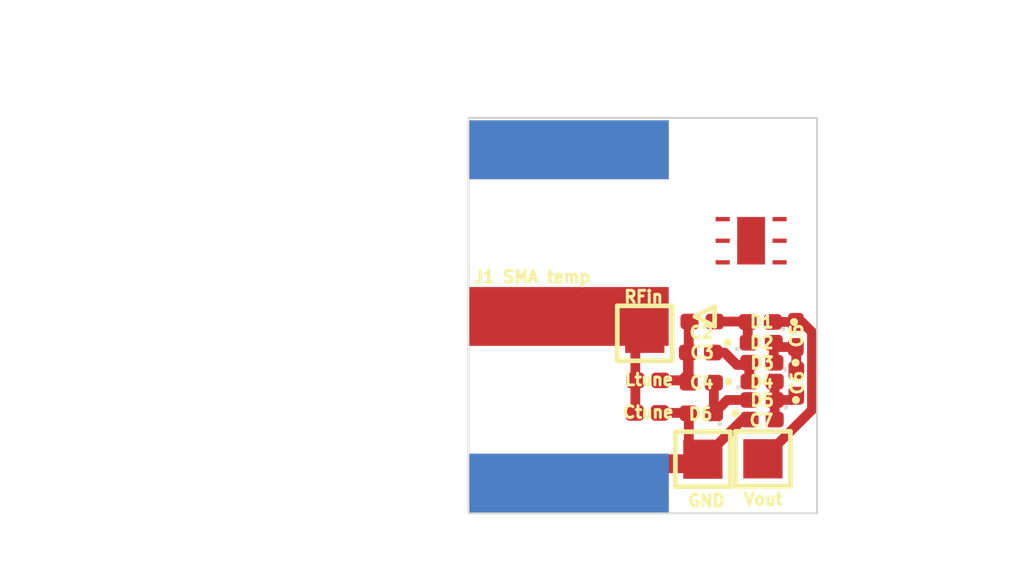
<source format=kicad_pcb>
(kicad_pcb (version 20221018) (generator pcbnew)
  (layers (0 "F.Cu" signal) (31 "B.Cu" signal) (34 "B.Paste" user) (35 "F.Paste" user) (36 "B.SilkS" user "B.Silkscreen") (37 "F.SilkS" user "F.Silkscreen") (38 "B.Mask" user) (39 "F.Mask" user) (44 "Edge.Cuts" user))
  (net 0 "")
  (net 1 "GND")
  (net 2 "Net-(C1-Pad2)")
  (net 3 "Net-(C2-Pad1)")
  (net 4 "Net-(C2-Pad2)")
  (net 5 "Net-(C3-Pad1)")
  (net 6 "Net-(C4-Pad1)")
  (net 7 "Net-(C5-Pad1)")
  (net 8 "Net-(C5-Pad2)")
  (net 9 "Net-(C6-Pad2)")
  (footprint "Diode_SMD:D_0201_0603Metric" (layer "F.Cu") (at 146.28 75.13 180)
    (fp_text reference "D5" (at 0 -0.01) (layer "F.SilkS") (effects (font (size 0.3 0.3) (thickness 0.075))))
    (fp_text value "D_Schottky_Small")
    (fp_circle (center -0.86 0) (end -0.81 0) (stroke (width 0.1)) (fill none) (layer "F.SilkS"))
    (pad "1" smd roundrect (at -0.32 0 180) (size 0.46 0.4) (layers "F.Cu" "F.Mask") (net 9 "Net-(C6-Pad2)"))
    (pad "2" smd roundrect (at 0.32 0 180) (size 0.46 0.4) (layers "F.Cu" "F.Mask") (net 6 "Net-(C4-Pad1)"))
  )
  (footprint "Diode_SMD:D_0201_0603Metric" (layer "F.Cu") (at 146.2325 73.14 180)
    (fp_text reference "D1" (at -0.0375 0) (layer "F.SilkS") (effects (font (size 0.3 0.3) (thickness 0.075))))
    (fp_text value "D_Schottky_Small")
    (fp_circle (center -0.86 0) (end -0.81 0) (stroke (width 0.1)) (fill none) (layer "F.SilkS"))
    (pad "1" smd roundrect (at -0.32 0 180) (size 0.46 0.4) (layers "F.Cu" "F.Mask") (net 7 "Net-(C5-Pad1)"))
    (pad "2" smd roundrect (at 0.32 0 180) (size 0.46 0.4) (layers "F.Cu" "F.Mask") (net 3 "Net-(C2-Pad1)"))
  )
  (footprint "TestPoint:TestPoint_Pad_1.0x1.0mm" (layer "F.Cu") (at 146.3 76.63)
    (fp_text reference "Vout" (at 0.01 1.03) (layer "F.SilkS") (effects (font (size 0.3 0.3) (thickness 0.075))))
    (fp_text value "Vout")
    (fp_line (start -0.7 -0.7) (end 0.7 -0.7) (stroke (width 0.12)) (layer "F.SilkS"))
    (fp_line (start -0.7 0.7) (end -0.7 -0.7) (stroke (width 0.12)) (layer "F.SilkS"))
    (fp_line (start 0.7 -0.7) (end 0.7 0.7) (stroke (width 0.12)) (layer "F.SilkS"))
    (fp_line (start 0.7 0.7) (end -0.7 0.7) (stroke (width 0.12)) (layer "F.SilkS"))
    (pad "1" smd rect (at 0 0) (size 1 1) (layers "F.Cu" "F.Mask") (net 7 "Net-(C5-Pad1)"))
  )
  (footprint "Capacitor_SMD:C_0201_0603Metric" (layer "F.Cu") (at 147.15 74.7 -90)
    (fp_text reference "C6" (at -0.01 -0.03 90) (layer "F.SilkS") (effects (font (size 0.3 0.3) (thickness 0.075))))
    (fp_text value "C_Small")
    (pad "1" smd roundrect (at -0.32 0 270) (size 0.46 0.4) (layers "F.Cu" "F.Mask") (net 8 "Net-(C5-Pad2)"))
    (pad "2" smd roundrect (at 0.32 0 270) (size 0.46 0.4) (layers "F.Cu" "F.Mask") (net 9 "Net-(C6-Pad2)"))
  )
  (footprint "New_Library:SKY13314-374LF" (layer "F.Cu") (at 146 71.12)
    (fp_text reference "REF" hide)
    (fp_text value "SKY13314-374LF" hide)
    (fp_rect (start -0.9 -0.65) (end -0.55 -0.55) (stroke (width 0.01)) (fill solid) (layer "F.Cu"))
    (fp_rect (start -0.9 -0.1) (end -0.55 0) (stroke (width 0.01)) (fill solid) (layer "F.Cu"))
    (fp_rect (start -0.9 0.45) (end -0.55 0.55) (stroke (width 0.01)) (fill solid) (layer "F.Cu"))
    (fp_rect (start -0.35 -0.65) (end 0.35 0.55) (stroke (width 0.01)) (fill solid) (layer "F.Cu"))
    (fp_rect (start 0.55 -0.65) (end 0.9 -0.55) (stroke (width 0.01)) (fill solid) (layer "F.Cu"))
    (fp_rect (start 0.55 -0.1) (end 0.9 0) (stroke (width 0.01)) (fill solid) (layer "F.Cu"))
    (fp_rect (start 0.55 0.45) (end 0.9 0.55) (stroke (width 0.01)) (fill solid) (layer "F.Cu"))
  )
  (footprint "Diode_SMD:D_0201_0603Metric" (layer "F.Cu") (at 146.28 74.66)
    (fp_text reference "D4" (at -0.01 0.01) (layer "F.SilkS") (effects (font (size 0.3 0.3) (thickness 0.075))))
    (fp_text value "D_Schottky_Small")
    (fp_circle (center -0.86 0) (end -0.81 0) (stroke (width 0.1)) (fill none) (layer "F.SilkS"))
    (pad "1" smd roundrect (at -0.32 0) (size 0.46 0.4) (layers "F.Cu" "F.Mask") (net 5 "Net-(C3-Pad1)"))
    (pad "2" smd roundrect (at 0.32 0) (size 0.46 0.4) (layers "F.Cu" "F.Mask") (net 9 "Net-(C6-Pad2)"))
  )
  (footprint "Diode_SMD:D_0201_0603Metric" (layer "F.Cu") (at 146.2575 73.67)
    (fp_text reference "D2" (at 0.0125 0) (layer "F.SilkS") (effects (font (size 0.3 0.3) (thickness 0.075))))
    (fp_text value "D_Schottky_Small")
    (fp_circle (center -0.86 0) (end -0.81 0) (stroke (width 0.1)) (fill none) (layer "F.SilkS"))
    (pad "1" smd roundrect (at -0.32 0) (size 0.46 0.4) (layers "F.Cu" "F.Mask") (net 3 "Net-(C2-Pad1)"))
    (pad "2" smd roundrect (at 0.32 0) (size 0.46 0.4) (layers "F.Cu" "F.Mask") (net 8 "Net-(C5-Pad2)"))
  )
  (footprint "Capacitor_SMD:C_0201_0603Metric" (layer "F.Cu") (at 144.73 74.69 180)
    (fp_text reference "C4" (at -0.01 0) (layer "F.SilkS") (effects (font (size 0.3 0.3) (thickness 0.075))))
    (fp_text value "33 pF")
    (pad "1" smd roundrect (at -0.32 0 180) (size 0.46 0.4) (layers "F.Cu" "F.Mask") (net 6 "Net-(C4-Pad1)"))
    (pad "2" smd roundrect (at 0.32 0 180) (size 0.46 0.4) (layers "F.Cu" "F.Mask") (net 4 "Net-(C2-Pad2)"))
  )
  (footprint "Inductor_SMD:L_0201_0603Metric" (layer "F.Cu") (at 143.37 74.63)
    (fp_text reference "Ltune" (at 0.03 -0.02) (layer "F.SilkS") (effects (font (size 0.3 0.3) (thickness 0.075))))
    (fp_text value "L_tune")
    (pad "1" smd roundrect (at -0.32 0) (size 0.46 0.4) (layers "F.Cu" "F.Mask") (net 2 "Net-(C1-Pad2)"))
    (pad "2" smd roundrect (at 0.32 0) (size 0.46 0.4) (layers "F.Cu" "F.Mask") (net 4 "Net-(C2-Pad2)"))
  )
  (footprint "Capacitor_SMD:C_0201_0603Metric" (layer "F.Cu") (at 144.75 73.13 180)
    (fp_text reference "C2" (at 0.02 -0.28) (layer "F.SilkS") (effects (font (size 0.3 0.3) (thickness 0.075))))
    (fp_text value "33 pF")
    (pad "1" smd roundrect (at -0.32 0 180) (size 0.46 0.4) (layers "F.Cu" "F.Mask") (net 3 "Net-(C2-Pad1)"))
    (pad "2" smd roundrect (at 0.32 0 180) (size 0.46 0.4) (layers "F.Cu" "F.Mask") (net 4 "Net-(C2-Pad2)"))
  )
  (footprint "Capacitor_SMD:C_0201_0603Metric" (layer "F.Cu") (at 147.14 73.46 -90)
    (fp_text reference "C5" (at 0.03 -0.02 90) (layer "F.SilkS") (effects (font (size 0.3 0.3) (thickness 0.075))))
    (fp_text value "C_Small")
    (pad "1" smd roundrect (at -0.32 0 270) (size 0.46 0.4) (layers "F.Cu" "F.Mask") (net 7 "Net-(C5-Pad1)"))
    (pad "2" smd roundrect (at 0.32 0 270) (size 0.46 0.4) (layers "F.Cu" "F.Mask") (net 8 "Net-(C5-Pad2)"))
  )
  (footprint "TestPoint:TestPoint_Pad_1.0x1.0mm" (layer "F.Cu") (at 143.29 73.43)
    (fp_text reference "RFin" (at -0.03 -0.93) (layer "F.SilkS") (effects (font (size 0.3 0.3) (thickness 0.075))))
    (fp_text value "TestPoint")
    (fp_line (start -0.7 -0.7) (end 0.7 -0.7) (stroke (width 0.12)) (layer "F.SilkS"))
    (fp_line (start -0.7 0.7) (end -0.7 -0.7) (stroke (width 0.12)) (layer "F.SilkS"))
    (fp_line (start 0.7 -0.7) (end 0.7 0.7) (stroke (width 0.12)) (layer "F.SilkS"))
    (fp_line (start 0.7 0.7) (end -0.7 0.7) (stroke (width 0.12)) (layer "F.SilkS"))
    (pad "1" smd rect (at 0 0) (size 1 1) (layers "F.Cu" "F.Mask") (net 2 "Net-(C1-Pad2)"))
  )
  (footprint "Diode_SMD:D_0201_0603Metric" (layer "F.Cu") (at 144.7325 75.47 180)
    (fp_text reference "D6" (at 0.0225 -0.02) (layer "F.SilkS") (effects (font (size 0.3 0.3) (thickness 0.075))))
    (fp_text value "D_Schottky_Small")
    (fp_circle (center -0.86 0) (end -0.81 0) (stroke (width 0.1)) (fill none) (layer "F.SilkS"))
    (pad "1" smd roundrect (at -0.32 0 180) (size 0.46 0.4) (layers "F.Cu" "F.Mask") (net 6 "Net-(C4-Pad1)"))
    (pad "2" smd roundrect (at 0.32 0 180) (size 0.46 0.4) (layers "F.Cu" "F.Mask") (net 1 "GND"))
  )
  (footprint "Connector_Coaxial:SMA_Amphenol_132289_EdgeMount" (layer "F.Cu") (at 141.36 73 180)
    (fp_text reference "J1 SMA temp" (at 0.94 1.01 180) (layer "F.SilkS") (effects (font (size 0.3 0.3) (thickness 0.075))))
    (fp_text value "SMA")
    (fp_line (start -3.71 -0.25) (end -3.71 0.25) (stroke (width 0.12)) (layer "F.SilkS"))
    (fp_line (start -3.71 0.25) (end -3.21 0) (stroke (width 0.12)) (layer "F.SilkS"))
    (fp_line (start -3.21 0) (end -3.71 -0.25) (stroke (width 0.12)) (layer "F.SilkS"))
    (pad "1" smd rect (at 0 0 270) (size 1.5 5.08) (layers "F.Cu" "F.Paste" "F.Mask") (net 2 "Net-(C1-Pad2)"))
    (pad "2" smd rect (at 0 -4.25 270) (size 1.5 5.08) (layers "F.Cu" "F.Paste" "F.Mask") (net 1 "GND"))
    (pad "2" smd rect (at 0 -4.25 270) (size 1.5 5.08) (layers "B.Cu" "B.Paste" "B.Mask") (net 1 "GND"))
    (pad "2" smd rect (at 0 4.25 270) (size 1.5 5.08) (layers "F.Cu" "F.Paste" "F.Mask") (net 1 "GND"))
    (pad "2" smd rect (at 0 4.25 270) (size 1.5 5.08) (layers "B.Cu" "B.Paste" "B.Mask") (net 1 "GND"))
  )
  (footprint "Capacitor_SMD:C_0201_0603Metric" (layer "F.Cu") (at 143.355 75.46 180)
    (fp_text reference "Ctune" (at -0.025 0.02) (layer "F.SilkS") (effects (font (size 0.3 0.3) (thickness 0.075))))
    (fp_text value "C_tune")
    (pad "1" smd roundrect (at -0.32 0 180) (size 0.46 0.4) (layers "F.Cu" "F.Mask") (net 1 "GND"))
    (pad "2" smd roundrect (at 0.32 0 180) (size 0.46 0.4) (layers "F.Cu" "F.Mask") (net 2 "Net-(C1-Pad2)"))
  )
  (footprint "Capacitor_SMD:C_0201_0603Metric" (layer "F.Cu") (at 146.28 75.63 180)
    (fp_text reference "C7" (at 0.02 -0.02) (layer "F.SilkS") (effects (font (size 0.3 0.3) (thickness 0.075))))
    (fp_text value "C_Small")
    (pad "1" smd roundrect (at -0.32 0 180) (size 0.46 0.4) (layers "F.Cu" "F.Mask") (net 9 "Net-(C6-Pad2)"))
    (pad "2" smd roundrect (at 0.32 0 180) (size 0.46 0.4) (layers "F.Cu" "F.Mask") (net 1 "GND"))
  )
  (footprint "Diode_SMD:D_0201_0603Metric" (layer "F.Cu") (at 146.2725 74.18 180)
    (fp_text reference "D3" (at -0.0075 -0.01) (layer "F.SilkS") (effects (font (size 0.3 0.3) (thickness 0.075))))
    (fp_text value "D_Schottky_Small")
    (fp_circle (center -0.86 0) (end -0.81 0) (stroke (width 0.1)) (fill none) (layer "F.SilkS"))
    (pad "1" smd roundrect (at -0.32 0 180) (size 0.46 0.4) (layers "F.Cu" "F.Mask") (net 8 "Net-(C5-Pad2)"))
    (pad "2" smd roundrect (at 0.32 0 180) (size 0.46 0.4) (layers "F.Cu" "F.Mask") (net 5 "Net-(C3-Pad1)"))
  )
  (footprint "Capacitor_SMD:C_0201_0603Metric" (layer "F.Cu") (at 144.71 73.92 180)
    (fp_text reference "C3" (at -0.04 0 180) (layer "F.SilkS") (effects (font (size 0.3 0.3) (thickness 0.075))))
    (fp_text value "33 pF")
    (pad "1" smd roundrect (at -0.32 0 180) (size 0.46 0.4) (layers "F.Cu" "F.Mask") (net 5 "Net-(C3-Pad1)"))
    (pad "2" smd roundrect (at 0.32 0 180) (size 0.46 0.4) (layers "F.Cu" "F.Mask") (net 4 "Net-(C2-Pad2)"))
  )
  (footprint "TestPoint:TestPoint_Pad_1.0x1.0mm" (layer "F.Cu") (at 144.77 76.64)
    (fp_text reference "GND" (at 0.09 1.06) (layer "F.SilkS") (effects (font (size 0.3 0.3) (thickness 0.075))))
    (fp_text value "GND")
    (fp_line (start -0.7 -0.7) (end 0.7 -0.7) (stroke (width 0.12)) (layer "F.SilkS"))
    (fp_line (start -0.7 0.7) (end -0.7 -0.7) (stroke (width 0.12)) (layer "F.SilkS"))
    (fp_line (start 0.7 -0.7) (end 0.7 0.7) (stroke (width 0.12)) (layer "F.SilkS"))
    (fp_line (start 0.7 0.7) (end -0.7 0.7) (stroke (width 0.12)) (layer "F.SilkS"))
    (pad "1" smd rect (at 0 0) (size 1 1) (layers "F.Cu" "F.Mask") (net 1 "GND"))
  )
  (gr_circle (center 146.88 75.32) (end 146.88 75.33) (stroke (width 0.05)) (fill none) (layer "Edge.Cuts"))
  (gr_circle (center 146.81 73.32) (end 146.81 73.33) (stroke (width 0.05)) (fill none) (layer "Edge.Cuts"))
  (gr_circle (center 146.87 74.35) (end 146.87 74.36) (stroke (width 0.05)) (fill none) (layer "Edge.Cuts"))
  (gr_rect (start 138.8 67.94) (end 147.68 78.02) (stroke (width 0.05)) (fill none) (layer "Edge.Cuts"))
  (gr_circle (center 145.68 74.81) (end 145.68 74.82) (stroke (width 0.05)) (fill none) (layer "Edge.Cuts"))
  (gr_circle (center 145.65 73.83) (end 145.65 73.84) (stroke (width 0.05)) (fill none) (layer "Edge.Cuts"))
  (gr_circle (center 145.2 75.73) (end 145.2 75.74) (stroke (width 0.05)) (fill none) (layer "Edge.Cuts"))
  (segment (start 143.91 76.87) (end 144.54 76.87) (width 0.25) (layer "F.Cu") (net 1))
  (segment (start 144.77 76.64) (end 141.97 76.64) (width 0.25) (layer "F.Cu") (net 1))
  (segment (start 145.96 75.63) (end 145.78 75.63) (width 0.25) (layer "F.Cu") (net 1))
  (segment (start 141.68 77.25) (end 141.36 77.25) (width 0.25) (layer "F.Cu") (net 1))
  (segment (start 144.4025 75.46) (end 144.4125 75.47) (width 0.25) (layer "F.Cu") (net 1))
  (segment (start 143.675 75.46) (end 144.4025 75.46) (width 0.25) (layer "F.Cu") (net 1))
  (segment (start 145.78 75.63) (end 144.77 76.64) (width 0.25) (layer "F.Cu") (net 1))
  (segment (start 144.4125 76.2825) (end 144.77 76.64) (width 0.25) (layer "F.Cu") (net 1))
  (segment (start 144.4125 75.47) (end 144.4125 76.2825) (width 0.25) (layer "F.Cu") (net 1))
  (segment (start 144.54 76.87) (end 144.77 76.64) (width 0.25) (layer "F.Cu") (net 1))
  (segment (start 141.97 76.64) (end 141.36 77.25) (width 0.25) (layer "F.Cu") (net 1))
  (segment (start 143.05 75.445) (end 143.035 75.46) (width 0.25) (layer "F.Cu") (net 2))
  (segment (start 143.05 74.63) (end 143.05 75.445) (width 0.25) (layer "F.Cu") (net 2))
  (segment (start 143.05 73.67) (end 143.05 74.63) (width 0.25) (layer "F.Cu") (net 2))
  (segment (start 143.29 73.43) (end 143.05 73.67) (width 0.25) (layer "F.Cu") (net 2))
  (segment (start 145.07 73.13) (end 145.9075 73.13) (width 0.25) (layer "F.Cu") (net 3))
  (segment (start 145.9125 73.14) (end 145.9125 73.645) (width 0.25) (layer "F.Cu") (net 3))
  (segment (start 145.9125 73.645) (end 145.9375 73.67) (width 0.25) (layer "F.Cu") (net 3))
  (segment (start 144.41 73.15) (end 144.43 73.13) (width 0.25) (layer "F.Cu") (net 4))
  (segment (start 144.23 74.63) (end 144.39 74.47) (width 0.25) (layer "F.Cu") (net 4))
  (segment (start 144.35 74.63) (end 144.41 74.69) (width 0.25) (layer "F.Cu") (net 4))
  (segment (start 144.39 74.67) (end 144.41 74.69) (width 0.25) (layer "F.Cu") (net 4))
  (segment (start 144.39 73.92) (end 144.39 74.47) (width 0.25) (layer "F.Cu") (net 4))
  (segment (start 144.41 74.69) (end 144.41 73.15) (width 0.25) (layer "F.Cu") (net 4))
  (segment (start 143.69 74.63) (end 144.23 74.63) (width 0.25) (layer "F.Cu") (net 4))
  (segment (start 144.39 74.47) (end 144.39 74.67) (width 0.25) (layer "F.Cu") (net 4))
  (segment (start 143.69 74.63) (end 144.35 74.63) (width 0.25) (layer "F.Cu") (net 4))
  (segment (start 145.9525 74.6525) (end 145.96 74.66) (width 0.25) (layer "F.Cu") (net 5))
  (segment (start 145.03 73.92) (end 145.321459 73.92) (width 0.25) (layer "F.Cu") (net 5))
  (segment (start 145.321459 73.92) (end 145.636459 74.235) (width 0.25) (layer "F.Cu") (net 5))
  (segment (start 145.636459 74.235) (end 145.9525 74.235) (width 0.25) (layer "F.Cu") (net 5))
  (segment (start 145.9525 74.18) (end 145.9525 74.6525) (width 0.25) (layer "F.Cu") (net 5))
  (segment (start 145.05 74.69) (end 145.05 75.4675) (width 0.25) (layer "F.Cu") (net 6))
  (segment (start 145.3925 75.13) (end 145.0525 75.47) (width 0.25) (layer "F.Cu") (net 6))
  (segment (start 145.05 75.4675) (end 145.0525 75.47) (width 0.25) (layer "F.Cu") (net 6))
  (segment (start 145.96 75.13) (end 145.3925 75.13) (width 0.25) (layer "F.Cu") (net 6))
  (segment (start 147.55 75.38) (end 146.3 76.63) (width 0.25) (layer "F.Cu") (net 7))
  (segment (start 146.5525 73.14) (end 147.14 73.14) (width 0.25) (layer "F.Cu") (net 7))
  (segment (start 147.29 73.14) (end 147.55 73.4) (width 0.25) (layer "F.Cu") (net 7))
  (segment (start 147.55 73.4) (end 147.55 75.38) (width 0.25) (layer "F.Cu") (net 7))
  (segment (start 147.14 73.14) (end 147.29 73.14) (width 0.25) (layer "F.Cu") (net 7))
  (segment (start 147.15 73.79) (end 147.14 73.78) (width 0.25) (layer "F.Cu") (net 8))
  (segment (start 146.5775 73.67) (end 146.5775 74.165) (width 0.25) (layer "F.Cu") (net 8))
  (segment (start 147.14 73.78) (end 146.6875 73.78) (width 0.25) (layer "F.Cu") (net 8))
  (segment (start 146.5775 74.165) (end 146.5925 74.18) (width 0.25) (layer "F.Cu") (net 8))
  (segment (start 146.6875 73.78) (end 146.5775 73.67) (width 0.25) (layer "F.Cu") (net 8))
  (segment (start 147.15 74.38) (end 147.15 73.79) (width 0.25) (layer "F.Cu") (net 8))
  (segment (start 147.03 75.13) (end 147.14 75.02) (width 0.25) (layer "F.Cu") (net 9))
  (segment (start 146.6 75.13) (end 146.6 75.63) (width 0.25) (layer "F.Cu") (net 9))
  (segment (start 146.6 75.13) (end 147.03 75.13) (width 0.25) (layer "F.Cu") (net 9))
  (segment (start 146.6 74.66) (end 146.6 75.13) (width 0.25) (layer "F.Cu") (net 9))
)
</source>
